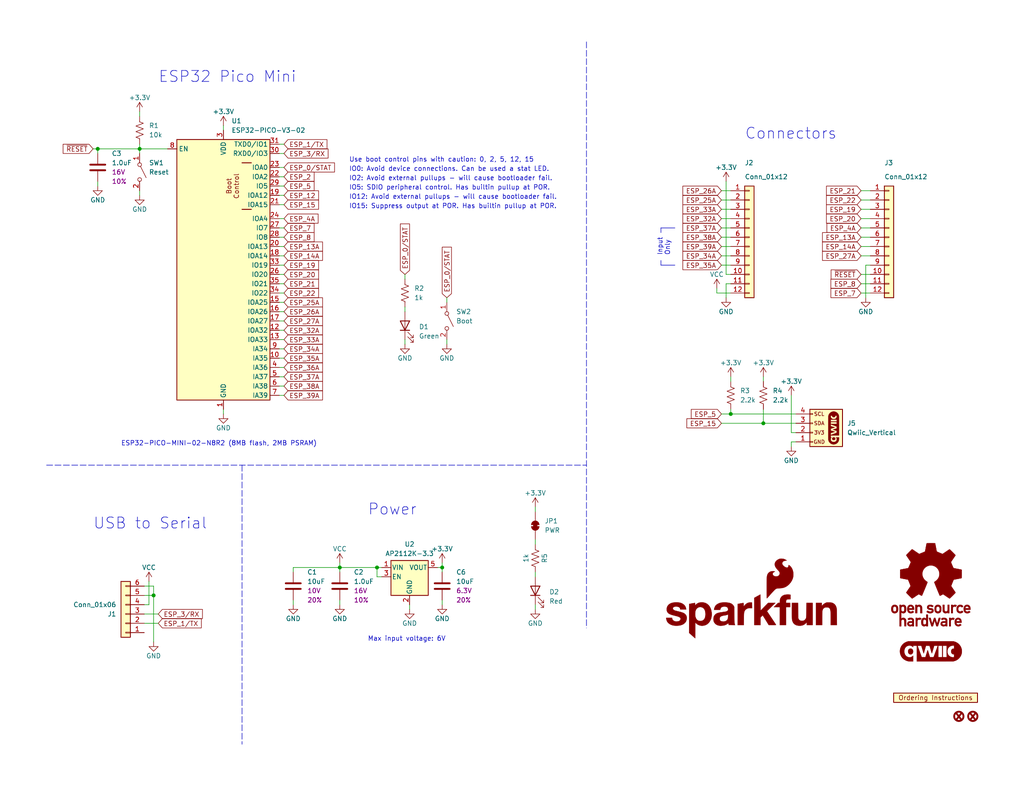
<source format=kicad_sch>
(kicad_sch (version 20230121) (generator eeschema)
  (paper "USLetter")
  (title_block (title "SparkFun ESP32 Qwiic Pro Mini") (date "2023-09-18") (rev "v12") (comment 1 "Designed by: N. Seidle"))
  (lib_symbols
    (symbol "SparkFun-Aesthetic:Fiducial_0.5"
      (symbol "Fiducial_0.5_1_1"
        (text "x" (at 0 0.254 0) (effects (font (size 2.5 2.5) bold)))
      )
    )
    (symbol "SparkFun-Aesthetic:OSHW_Logo" (pin_names (offset 1.016)) (in_bom no))
    (symbol "SparkFun-Aesthetic:Ordering_Instructions"
      (symbol "Ordering_Instructions_1_1"
        (text "Ordering Instructions" (at 1.27 0 0) (effects (font (size 1.27 1.27))))
      )
    )
    (symbol "SparkFun-Aesthetic:SparkFun_Logo" (pin_names (offset 1.016)) (on_board no))
    (symbol "SparkFun-Aesthetic:qwiic_Logo" (pin_names (offset 1.016)) (on_board no))
    (symbol "SparkFun-Capacitor:1.0uF_0603_16V_10%" (pin_numbers hide) (pin_names (offset 0.254))
      (property "Reference" "C" (at 0.635 2.54 0))
      (property "Value" "1.0uF" (at 0.635 -2.54 0))
      (property "Voltage" "16V" (at 0 -6.35 0))
      (property "Tolerance" "10%" (at 0 -8.89 0))
      (symbol "1.0uF_0603_16V_10%_1_1"
        (pin passive line (at 0 3.81 270) (length 2.794) (name "~") (number "1"))
        (pin passive line (at 0 -3.81 90) (length 2.794) (name "~") (number "2"))
      )
    )
    (symbol "SparkFun-Capacitor:10uF_0603_10V_20%" (pin_numbers hide) (pin_names (offset 0.254))
      (property "Reference" "C" (at 0.635 2.54 0))
      (property "Value" "10uF" (at 0.635 -2.54 0))
      (property "Voltage" "10V" (at 0 -8.89 0))
      (property "Tolerance" "20%" (at 0 -6.35 0))
      (symbol "10uF_0603_10V_20%_1_1"
        (pin passive line (at 0 3.81 270) (length 2.794) (name "~") (number "1"))
        (pin passive line (at 0 -3.81 90) (length 2.794) (name "~") (number "2"))
      )
    )
    (symbol "SparkFun-Capacitor:10uF_0603_6.3V_20%" (pin_numbers hide) (pin_names (offset 0.254))
      (property "Reference" "C" (at 0.635 2.54 0))
      (property "Value" "10uF" (at 0.635 -2.54 0))
      (property "Voltage" "6.3V" (at 0 -8.89 0))
      (property "Tolerance" "20%" (at 0 -6.35 0))
      (symbol "10uF_0603_6.3V_20%_1_1"
        (pin passive line (at 0 3.81 270) (length 2.794) (name "~") (number "1"))
        (pin passive line (at 0 -3.81 90) (length 2.794) (name "~") (number "2"))
      )
    )
    (symbol "SparkFun-Connector:Conn_01x06" (pin_names (offset 1.016) hide)
      (property "Reference" "J" (at 0 7.62 0))
      (property "Value" "Conn_01x06" (at 0 -10.16 0))
      (symbol "Conn_01x06_1_1"
        (pin passive line (at -5.08 5.08 0) (length 3.81) (name "Pin_1") (number "1"))
        (pin passive line (at -5.08 2.54 0) (length 3.81) (name "Pin_2") (number "2"))
        (pin passive line (at -5.08 0 0) (length 3.81) (name "Pin_3") (number "3"))
        (pin passive line (at -5.08 -2.54 0) (length 3.81) (name "Pin_4") (number "4"))
        (pin passive line (at -5.08 -5.08 0) (length 3.81) (name "Pin_5") (number "5"))
        (pin passive line (at -5.08 -7.62 0) (length 3.81) (name "Pin_6") (number "6"))
      )
    )
    (symbol "SparkFun-Connector:Conn_01x12" (pin_names (offset 1.016) hide)
      (property "Reference" "J" (at 0 15.24 0))
      (property "Value" "Conn_01x12" (at 0 -17.78 0))
      (symbol "Conn_01x12_1_1"
        (pin passive line (at -5.08 12.7 0) (length 3.81) (name "Pin_1") (number "1"))
        (pin passive line (at -5.08 -10.16 0) (length 3.81) (name "Pin_10") (number "10"))
        (pin passive line (at -5.08 -12.7 0) (length 3.81) (name "Pin_11") (number "11"))
        (pin passive line (at -5.08 -15.24 0) (length 3.81) (name "Pin_12") (number "12"))
        (pin passive line (at -5.08 10.16 0) (length 3.81) (name "Pin_2") (number "2"))
        (pin passive line (at -5.08 7.62 0) (length 3.81) (name "Pin_3") (number "3"))
        (pin passive line (at -5.08 5.08 0) (length 3.81) (name "Pin_4") (number "4"))
        (pin passive line (at -5.08 2.54 0) (length 3.81) (name "Pin_5") (number "5"))
        (pin passive line (at -5.08 0 0) (length 3.81) (name "Pin_6") (number "6"))
        (pin passive line (at -5.08 -2.54 0) (length 3.81) (name "Pin_7") (number "7"))
        (pin passive line (at -5.08 -5.08 0) (length 3.81) (name "Pin_8") (number "8"))
        (pin passive line (at -5.08 -7.62 0) (length 3.81) (name "Pin_9") (number "9"))
      )
    )
    (symbol "SparkFun-Connector:Qwiic_Vertical" (pin_names (offset 1.016) hide)
      (property "Reference" "J" (at 0 5.08 0))
      (property "Value" "Qwiic_Vertical" (at 0 -7.62 0))
      (symbol "Qwiic_Vertical_1_1"
        (text "3V3" (at 1.27 -2.54 0) (effects (font (size 1 1))))
        (text "GND" (at 1.27 -5.08 0) (effects (font (size 1 1))))
        (text "SCL" (at 1.27 2.54 0) (effects (font (size 1 1))))
        (text "SDA" (at 1.27 0 0) (effects (font (size 1 1))))
        (pin passive line (at -5.08 -5.08 0) (length 3.81) (name "Pin_1") (number "1"))
        (pin passive line (at -5.08 -2.54 0) (length 3.81) (name "Pin_2") (number "2"))
        (pin passive line (at -5.08 0 0) (length 3.81) (name "Pin_3") (number "3"))
        (pin passive line (at -5.08 2.54 0) (length 3.81) (name "Pin_4") (number "4"))
        (pin no_connect line (at 2.54 3.81 270) (length 2.54) hide (name "NC") (number "NC1"))
        (pin no_connect line (at 2.54 3.81 270) (length 2.54) hide (name "NC") (number "NC2"))
      )
    )
    (symbol "SparkFun-Jumper:SolderJumper_2_Bridged" (pin_numbers hide) (pin_names (offset 0) hide)
      (property "Reference" "JP" (at 0 2.032 0))
      (property "Value" "~" (at 0 -2.54 0))
      (symbol "SolderJumper_2_Bridged_1_1"
        (pin passive line (at -3.81 0 0) (length 2.54) (name "A") (number "1"))
        (pin passive line (at 3.81 0 180) (length 2.54) (name "B") (number "2"))
      )
    )
    (symbol "SparkFun-LED:LED_Green_0603" (pin_numbers hide) (pin_names (offset 1.016) hide)
      (property "Reference" "D" (at 0 2.54 0))
      (property "Value" "Green" (at 0 -2.54 0))
      (symbol "LED_Green_0603_1_1"
        (pin passive line (at -3.81 0 0) (length 2.54) (name "K") (number "1"))
        (pin passive line (at 3.81 0 180) (length 2.54) (name "A") (number "2"))
      )
    )
    (symbol "SparkFun-LED:LED_Red_0603" (pin_numbers hide) (pin_names (offset 1.016) hide)
      (property "Reference" "D" (at 0 2.54 0))
      (property "Value" "Red" (at 0 -2.54 0))
      (symbol "LED_Red_0603_1_1"
        (pin passive line (at -3.81 0 0) (length 2.54) (name "K") (number "1"))
        (pin passive line (at 3.81 0 180) (length 2.54) (name "A") (number "2"))
      )
    )
    (symbol "SparkFun-PowerSymbol:GND" (power) (pin_names (offset 0))
      (property "Value" "GND" (at 0 -3.81 0))
      (symbol "GND_1_1"
        (pin power_in line (at 0 0 270) (length 0) hide (name "GND") (number "1"))
      )
    )
    (symbol "SparkFun-PowerSymbol:VCC" (power) (pin_names (offset 0))
      (property "Value" "VCC" (at 0 3.81 0))
      (symbol "VCC_1_1"
        (pin power_in line (at 0 0 90) (length 0) hide (name "VCC") (number "1"))
      )
    )
    (symbol "SparkFun-RF:ESP32-PICO-V3-02"
      (property "Reference" "U" (at -12.7 33.02 0))
      (property "Value" "ESP32-PICO-V3-02" (at 1.27 33.02 0))
      (symbol "ESP32-PICO-V3-02_1_1"
        (text "Boot\nControl" (at 2.54 19.05 900) (effects (font (size 1.27 1.27))))
        (pin power_in line (at 0 -41.91 90) (length 2.54) (name "GND") (number "1"))
        (pin input line (at 15.24 -27.94 180) (length 2.54) (name "IA35") (number "10"))
        (pin passive line (at 0 -41.91 90) (length 2.54) hide (name "GND") (number "11"))
        (pin bidirectional line (at 15.24 -20.32 180) (length 2.54) (name "IOA32") (number "12"))
        (pin bidirectional line (at 15.24 -22.86 180) (length 2.54) (name "IOA33") (number "13"))
        (pin passive line (at 0 -41.91 90) (length 2.54) hide (name "GND") (number "14"))
        (pin bidirectional line (at 15.24 -12.7 180) (length 2.54) (name "IOA25") (number "15"))
        (pin bidirectional line (at 15.24 -15.24 180) (length 2.54) (name "IOA26") (number "16"))
        (pin bidirectional line (at 15.24 -17.78 180) (length 2.54) (name "IOA27") (number "17"))
        (pin bidirectional line (at 15.24 0 180) (length 2.54) (name "IOA14") (number "18"))
        (pin bidirectional line (at 15.24 16.51 180) (length 2.54) (name "IOA12") (number "19"))
        (pin passive line (at 0 -41.91 90) (length 2.54) hide (name "GND") (number "2"))
        (pin bidirectional line (at 15.24 2.54 180) (length 2.54) (name "IOA13") (number "20"))
        (pin bidirectional line (at 15.24 13.97 180) (length 2.54) (name "IOA15") (number "21"))
        (pin bidirectional line (at 15.24 21.59 180) (length 2.54) (name "IOA2") (number "22"))
        (pin bidirectional line (at 15.24 24.13 180) (length 2.54) (name "IOA0") (number "23"))
        (pin bidirectional line (at 15.24 10.16 180) (length 2.54) (name "IOA4") (number "24"))
        (pin no_connect line (at -12.7 -11.43 0) (length 2.54) hide (name "NC") (number "25"))
        (pin bidirectional line (at 15.24 -5.08 180) (length 2.54) (name "IO20") (number "26"))
        (pin bidirectional line (at 15.24 7.62 180) (length 2.54) (name "IO7") (number "27"))
        (pin bidirectional line (at 15.24 5.08 180) (length 2.54) (name "IO8") (number "28"))
        (pin bidirectional line (at 15.24 19.05 180) (length 2.54) (name "IO5") (number "29"))
        (pin power_in line (at 0 34.29 270) (length 2.54) (name "VDD") (number "3"))
        (pin bidirectional line (at 15.24 27.94 180) (length 2.54) (name "RXD0/IO3") (number "30"))
        (pin bidirectional line (at 15.24 30.48 180) (length 2.54) (name "TXD0/IO1") (number "31"))
        (pin no_connect line (at -12.7 -13.97 0) (length 2.54) hide (name "NC") (number "32"))
        (pin bidirectional line (at 15.24 -2.54 180) (length 2.54) (name "IO19") (number "33"))
        (pin bidirectional line (at 15.24 -10.16 180) (length 2.54) (name "IO22") (number "34"))
        (pin bidirectional line (at 15.24 -7.62 180) (length 2.54) (name "IO21") (number "35"))
        (pin passive line (at 0 -41.91 90) (length 2.54) hide (name "GND") (number "36"))
        (pin passive line (at 0 -41.91 90) (length 2.54) hide (name "GND") (number "37"))
        (pin passive line (at 0 -41.91 90) (length 2.54) hide (name "GND") (number "38"))
        (pin passive line (at 0 -41.91 90) (length 2.54) hide (name "GND") (number "39"))
        (pin input line (at 15.24 -30.48 180) (length 2.54) (name "IA36") (number "4"))
        (pin passive line (at 0 -41.91 90) (length 2.54) hide (name "GND") (number "40"))
        (pin passive line (at 0 -41.91 90) (length 2.54) hide (name "GND") (number "41"))
        (pin passive line (at 0 -41.91 90) (length 2.54) hide (name "GND") (number "42"))
        (pin passive line (at 0 -41.91 90) (length 2.54) hide (name "GND") (number "43"))
        (pin passive line (at 0 -41.91 90) (length 2.54) hide (name "GND") (number "44"))
        (pin passive line (at 0 -41.91 90) (length 2.54) hide (name "GND") (number "45"))
        (pin passive line (at 0 -41.91 90) (length 2.54) hide (name "GND") (number "46"))
        (pin passive line (at 0 -41.91 90) (length 2.54) hide (name "GND") (number "47"))
        (pin passive line (at 0 -41.91 90) (length 2.54) hide (name "GND") (number "48"))
        (pin passive line (at 0 -41.91 90) (length 2.54) hide (name "GND") (number "49.1"))
        (pin passive line (at 0 -41.91 90) (length 2.54) hide (name "GND") (number "49.2"))
        (pin passive line (at 0 -41.91 90) (length 2.54) hide (name "GND") (number "49.3"))
        (pin passive line (at 0 -41.91 90) (length 2.54) hide (name "GND") (number "49.4"))
        (pin passive line (at 0 -41.91 90) (length 2.54) hide (name "GND") (number "49.5"))
        (pin passive line (at 0 -41.91 90) (length 2.54) hide (name "GND") (number "49.6"))
        (pin passive line (at 0 -41.91 90) (length 2.54) hide (name "GND") (number "49.7"))
        (pin passive line (at 0 -41.91 90) (length 2.54) hide (name "GND") (number "49.8"))
        (pin passive line (at 0 -41.91 90) (length 2.54) hide (name "GND") (number "49.9"))
        (pin input line (at 15.24 -33.02 180) (length 2.54) (name "IA37") (number "5"))
        (pin passive line (at 0 -41.91 90) (length 2.54) hide (name "GND") (number "50"))
        (pin passive line (at 0 -41.91 90) (length 2.54) hide (name "GND") (number "51"))
        (pin passive line (at 0 -41.91 90) (length 2.54) hide (name "GND") (number "52"))
        (pin passive line (at 0 -41.91 90) (length 2.54) hide (name "GND") (number "53"))
        (pin input line (at 15.24 -35.56 180) (length 2.54) (name "IA38") (number "6"))
        (pin input line (at 15.24 -38.1 180) (length 2.54) (name "IA39") (number "7"))
        (pin input line (at -15.24 29.21 0) (length 2.54) (name "EN") (number "8"))
        (pin input line (at 15.24 -25.4 180) (length 2.54) (name "IA34") (number "9"))
      )
    )
    (symbol "SparkFun-Regulator:AP2112K-3.3" (pin_names (offset 0.254))
      (property "Reference" "U3" (at 0 8.89 0))
      (property "Value" "AP2112K-3.3" (at 0 6.35 0))
      (symbol "AP2112K-3.3_1_1"
        (pin power_in line (at -7.62 2.54 0) (length 2.54) (name "VIN") (number "1"))
        (pin power_in line (at 0 -7.62 90) (length 2.54) (name "GND") (number "2"))
        (pin input line (at -7.62 0 0) (length 2.54) (name "EN") (number "3"))
        (pin no_connect line (at 5.08 0 180) (length 2.54) hide (name "NC") (number "4"))
        (pin power_out line (at 7.62 2.54 180) (length 2.54) (name "VOUT") (number "5"))
      )
    )
    (symbol "SparkFun-Resistor:10k_0603" (pin_numbers hide) (pin_names (offset 0))
      (property "Reference" "R" (at 2.54 0 90))
      (property "Value" "10k" (at -2.54 0 90))
      (symbol "10k_0603_1_1"
        (pin passive line (at 0 3.81 270) (length 1.27) (name "~") (number "1"))
        (pin passive line (at 0 -3.81 90) (length 1.27) (name "~") (number "2"))
      )
    )
    (symbol "SparkFun-Resistor:1k_0603" (pin_numbers hide) (pin_names (offset 0))
      (property "Reference" "R" (at 2.54 0 90))
      (property "Value" "1k" (at -2.54 0 90))
      (symbol "1k_0603_1_1"
        (pin passive line (at 0 3.81 270) (length 1.27) (name "~") (number "1"))
        (pin passive line (at 0 -3.81 90) (length 1.27) (name "~") (number "2"))
      )
    )
    (symbol "SparkFun-Resistor:2.2k_0603" (pin_numbers hide) (pin_names (offset 0))
      (property "Reference" "R" (at 2.54 0 90))
      (property "Value" "2.2k" (at -2.54 0 90))
      (symbol "2.2k_0603_1_1"
        (pin passive line (at 0 3.81 270) (length 1.27) (name "~") (number "1"))
        (pin passive line (at 0 -3.81 90) (length 1.27) (name "~") (number "2"))
      )
    )
    (symbol "SparkFun-Switch:SPST_Momentary_4.6x2.8mm" (pin_names (offset 0) hide)
      (property "Reference" "SW" (at 0 3.175 0))
      (property "Value" "SPST_Momentary_4.6x2.8mm" (at 0 -2.54 0))
      (symbol "SPST_Momentary_4.6x2.8mm_1_1"
        (pin passive line (at -5.08 0 0) (length 2.54) (name "A") (number "1"))
        (pin passive line (at 5.08 0 180) (length 2.54) (name "B") (number "2"))
      )
    )
    (symbol "power:+3.3V" (power) (pin_names (offset 0))
      (property "Value" "+3.3V" (at 0 3.556 0))
      (symbol "+3.3V_1_1"
        (pin power_in line (at 0 0 90) (length 0) hide (name "+3.3V") (number "1"))
      )
    )
    (symbol "power:GND" (power) (pin_names (offset 0))
      (property "Value" "GND" (at 0 -3.81 0))
      (symbol "GND_1_1"
        (pin power_in line (at 0 0 270) (length 0) hide (name "GND") (number "1"))
      )
    )
  )
  (junction (at 199.39 113.03))
  (junction (at 26.67 40.64))
  (junction (at 120.65 154.94))
  (junction (at 38.1 40.64))
  (junction (at 208.28 115.57))
  (junction (at 41.91 162.56))
  (junction (at 102.87 154.94))
  (junction (at 92.71 154.94))
  (wire (pts (xy 39.37 165.1) (xy 40.64 165.1)))
  (wire (pts (xy 76.2 50.8) (xy 77.47 50.8)))
  (wire (pts (xy 26.67 40.64) (xy 26.67 41.91)))
  (wire (pts (xy 38.1 40.64) (xy 45.72 40.64)))
  (wire (pts (xy 208.28 111.76) (xy 208.28 115.57)))
  (wire (pts (xy 38.1 40.64) (xy 38.1 41.91)))
  (wire (pts (xy 195.58 78.74) (xy 195.58 80.01)))
  (wire (pts (xy 102.87 154.94) (xy 104.14 154.94)))
  (wire (pts (xy 60.96 34.29) (xy 60.96 35.56)))
  (wire (pts (xy 26.67 40.64) (xy 38.1 40.64)))
  (wire (pts (xy 76.2 69.85) (xy 77.47 69.85)))
  (wire (pts (xy 234.95 80.01) (xy 237.49 80.01)))
  (wire (pts (xy 234.95 52.07) (xy 237.49 52.07)))
  (wire (pts (xy 76.2 45.72) (xy 77.47 45.72)))
  (wire (pts (xy 234.95 77.47) (xy 237.49 77.47)))
  (wire (pts (xy 76.2 90.17) (xy 77.47 90.17)))
  (wire (pts (xy 111.76 165.1) (xy 111.76 166.37)))
  (wire (pts (xy 234.95 59.69) (xy 237.49 59.69)))
  (wire (pts (xy 196.85 62.23) (xy 199.39 62.23)))
  (wire (pts (xy 121.92 81.28) (xy 121.92 82.55)))
  (wire (pts (xy 80.01 154.94) (xy 92.71 154.94)))
  (wire (pts (xy 40.64 158.75) (xy 40.64 165.1)))
  (wire (pts (xy 76.2 92.71) (xy 77.47 92.71)))
  (wire (pts (xy 92.71 163.83) (xy 92.71 165.1)))
  (wire (pts (xy 199.39 113.03) (xy 217.17 113.03)))
  (wire (pts (xy 76.2 74.93) (xy 77.47 74.93)))
  (wire (pts (xy 208.28 102.87) (xy 208.28 104.14)))
  (wire (pts (xy 199.39 77.47) (xy 198.12 77.47)))
  (wire (pts (xy 234.95 67.31) (xy 237.49 67.31)))
  (wire (pts (xy 26.67 49.53) (xy 26.67 50.8)))
  (polyline (pts (xy 180.34 71.12) (xy 180.34 72.39)))
  (wire (pts (xy 199.39 74.93) (xy 198.12 74.93)))
  (wire (pts (xy 41.91 160.02) (xy 41.91 162.56)))
  (polyline (pts (xy 66.04 127) (xy 66.04 203.2)) (stroke (width 0) (type dash)))
  (wire (pts (xy 76.2 39.37) (xy 77.47 39.37)))
  (wire (pts (xy 76.2 100.33) (xy 77.47 100.33)))
  (wire (pts (xy 196.85 72.39) (xy 199.39 72.39)))
  (wire (pts (xy 38.1 53.34) (xy 38.1 52.07)))
  (wire (pts (xy 196.85 67.31) (xy 199.39 67.31)))
  (wire (pts (xy 76.2 107.95) (xy 77.47 107.95)))
  (wire (pts (xy 110.49 74.93) (xy 110.49 76.2)))
  (wire (pts (xy 76.2 77.47) (xy 77.47 77.47)))
  (wire (pts (xy 146.05 138.43) (xy 146.05 139.7)))
  (wire (pts (xy 76.2 62.23) (xy 77.47 62.23)))
  (wire (pts (xy 76.2 105.41) (xy 77.47 105.41)))
  (wire (pts (xy 80.01 156.21) (xy 80.01 154.94)))
  (wire (pts (xy 41.91 162.56) (xy 41.91 175.26)))
  (wire (pts (xy 234.95 57.15) (xy 237.49 57.15)))
  (wire (pts (xy 76.2 102.87) (xy 77.47 102.87)))
  (wire (pts (xy 195.58 80.01) (xy 199.39 80.01)))
  (wire (pts (xy 38.1 30.48) (xy 38.1 31.75)))
  (wire (pts (xy 76.2 87.63) (xy 77.47 87.63)))
  (wire (pts (xy 76.2 95.25) (xy 77.47 95.25)))
  (wire (pts (xy 236.22 72.39) (xy 236.22 81.28)))
  (wire (pts (xy 92.71 153.67) (xy 92.71 154.94)))
  (wire (pts (xy 234.95 54.61) (xy 237.49 54.61)))
  (wire (pts (xy 76.2 55.88) (xy 77.47 55.88)))
  (wire (pts (xy 39.37 160.02) (xy 41.91 160.02)))
  (wire (pts (xy 234.95 62.23) (xy 237.49 62.23)))
  (wire (pts (xy 146.05 165.1) (xy 146.05 166.37)))
  (wire (pts (xy 196.85 57.15) (xy 199.39 57.15)))
  (wire (pts (xy 199.39 102.87) (xy 199.39 104.14)))
  (wire (pts (xy 196.85 115.57) (xy 208.28 115.57)))
  (wire (pts (xy 76.2 85.09) (xy 77.47 85.09)))
  (polyline (pts (xy 180.34 62.23) (xy 184.15 62.23)))
  (wire (pts (xy 25.4 40.64) (xy 26.67 40.64)))
  (wire (pts (xy 92.71 154.94) (xy 92.71 156.21)))
  (wire (pts (xy 104.14 157.48) (xy 102.87 157.48)))
  (wire (pts (xy 120.65 154.94) (xy 120.65 156.21)))
  (wire (pts (xy 76.2 67.31) (xy 77.47 67.31)))
  (wire (pts (xy 76.2 53.34) (xy 77.47 53.34)))
  (wire (pts (xy 76.2 48.26) (xy 77.47 48.26)))
  (wire (pts (xy 39.37 167.64) (xy 43.18 167.64)))
  (wire (pts (xy 196.85 59.69) (xy 199.39 59.69)))
  (wire (pts (xy 102.87 157.48) (xy 102.87 154.94)))
  (wire (pts (xy 38.1 40.64) (xy 38.1 39.37)))
  (wire (pts (xy 146.05 147.32) (xy 146.05 148.59)))
  (wire (pts (xy 196.85 64.77) (xy 199.39 64.77)))
  (wire (pts (xy 196.85 52.07) (xy 199.39 52.07)))
  (wire (pts (xy 196.85 54.61) (xy 199.39 54.61)))
  (wire (pts (xy 60.96 113.03) (xy 60.96 111.76)))
  (wire (pts (xy 199.39 111.76) (xy 199.39 113.03)))
  (wire (pts (xy 76.2 97.79) (xy 77.47 97.79)))
  (wire (pts (xy 120.65 153.67) (xy 120.65 154.94)))
  (wire (pts (xy 198.12 49.53) (xy 198.12 74.93)))
  (wire (pts (xy 39.37 170.18) (xy 43.18 170.18)))
  (polyline (pts (xy 184.15 72.39) (xy 180.34 72.39)))
  (wire (pts (xy 76.2 41.91) (xy 77.47 41.91)))
  (wire (pts (xy 76.2 80.01) (xy 77.47 80.01)))
  (wire (pts (xy 39.37 162.56) (xy 41.91 162.56)))
  (wire (pts (xy 196.85 69.85) (xy 199.39 69.85)))
  (wire (pts (xy 76.2 72.39) (xy 77.47 72.39)))
  (wire (pts (xy 120.65 163.83) (xy 120.65 165.1)))
  (wire (pts (xy 237.49 72.39) (xy 236.22 72.39)))
  (wire (pts (xy 76.2 59.69) (xy 77.47 59.69)))
  (wire (pts (xy 215.9 120.65) (xy 215.9 121.92)))
  (polyline (pts (xy 12.7 127) (xy 160.02 127)) (stroke (width 0) (type dash)))
  (wire (pts (xy 208.28 115.57) (xy 217.17 115.57)))
  (wire (pts (xy 146.05 157.48) (xy 146.05 156.21)))
  (wire (pts (xy 80.01 163.83) (xy 80.01 165.1)))
  (wire (pts (xy 92.71 154.94) (xy 102.87 154.94)))
  (wire (pts (xy 196.85 113.03) (xy 199.39 113.03)))
  (wire (pts (xy 198.12 77.47) (xy 198.12 81.28)))
  (wire (pts (xy 76.2 82.55) (xy 77.47 82.55)))
  (wire (pts (xy 110.49 92.71) (xy 110.49 93.98)))
  (wire (pts (xy 217.17 120.65) (xy 215.9 120.65)))
  (wire (pts (xy 119.38 154.94) (xy 120.65 154.94)))
  (wire (pts (xy 215.9 107.95) (xy 215.9 118.11)))
  (wire (pts (xy 234.95 64.77) (xy 237.49 64.77)))
  (wire (pts (xy 234.95 74.93) (xy 237.49 74.93)))
  (wire (pts (xy 121.92 92.71) (xy 121.92 93.98)))
  (wire (pts (xy 234.95 69.85) (xy 237.49 69.85)))
  (polyline (pts (xy 160.02 11.43) (xy 160.02 171.45)) (stroke (width 0) (type dash)))
  (polyline (pts (xy 180.34 63.5) (xy 180.34 62.23)))
  (wire (pts (xy 76.2 64.77) (xy 77.47 64.77)))
  (wire (pts (xy 217.17 118.11) (xy 215.9 118.11)))
  (wire (pts (xy 110.49 83.82) (xy 110.49 85.09)))
  (text "USB to Serial\n" (at 25.4 144.78 0) (effects (font (size 3 3)) (justify left bottom)))
  (text "Power\n" (at 100.33 140.97 0) (effects (font (size 3 3)) (justify left bottom)))
  (text "Max input voltage: 6V" (at 100.33 175.26 0) (effects (font (size 1.27 1.27)) (justify left bottom)))
  (text "IO15: Suppress output at POR. Has builtin pullup at POR." (at 95.25 57.15 0) (effects (font (size 1.27 1.27)) (justify left bottom)))
  (text "IO5: SDIO peripheral control. Has builtin pullup at POR." (at 95.25 52.07 0) (effects (font (size 1.27 1.27)) (justify left bottom)))
  (text "Connectors\n\n" (at 203.2 43.18 0) (effects (font (size 3 3)) (justify left bottom)))
  (text "ESP32-PICO-MINI-02-N8R2 (8MB flash, 2MB PSRAM)" (at 33.02 121.92 0) (effects (font (size 1.27 1.27)) (justify left bottom)))
  (text "IO2: Avoid external pullups - will cause bootloader fail." (at 95.25 49.53 0) (effects (font (size 1.27 1.27)) (justify left bottom)))
  (text "Use boot control pins with caution: 0, 2, 5, 12, 15" (at 95.25 44.45 0) (effects (font (size 1.27 1.27)) (justify left bottom)))
  (text "Input\nOnly" (at 182.88 69.85 90) (effects (font (size 1.27 1.27)) (justify left bottom)))
  (text "IO0: Avoid device connections. Can be used a stat LED." (at 95.25 46.99 0) (effects (font (size 1.27 1.27)) (justify left bottom)))
  (text "IO12: Avoid external pullups - will cause bootloader fail." (at 95.25 54.61 0) (effects (font (size 1.27 1.27)) (justify left bottom)))
  (text "ESP32 Pico Mini\n" (at 43.18 22.86 0) (effects (font (size 3 3)) (justify left bottom)))
  (global_label "~{RESET}" (shape input) (at 25.4 40.64 180) (property "Intersheetrefs" "${INTERSHEET_REFS}" (effects hide)))
  (global_label "ESP_1{slash}TX" (shape input) (at 77.47 39.37 0) (property "Intersheetrefs" "${INTERSHEET_REFS}" (effects hide)))
  (global_label "ESP_25A" (shape input) (at 196.85 54.61 180) (property "Intersheetrefs" "${INTERSHEET_REFS}" (effects hide)))
  (global_label "ESP_4A" (shape input) (at 234.95 62.23 180) (property "Intersheetrefs" "${INTERSHEET_REFS}" (effects hide)))
  (global_label "ESP_12" (shape input) (at 77.47 53.34 0) (property "Intersheetrefs" "${INTERSHEET_REFS}" (effects hide)))
  (global_label "ESP_35A" (shape input) (at 77.47 97.79 0) (property "Intersheetrefs" "${INTERSHEET_REFS}" (effects hide)))
  (global_label "ESP_1{slash}TX" (shape input) (at 43.18 170.18 0) (property "Intersheetrefs" "${INTERSHEET_REFS}" (effects hide)))
  (global_label "ESP_39A" (shape input) (at 196.85 67.31 180) (property "Intersheetrefs" "${INTERSHEET_REFS}" (effects hide)))
  (global_label "ESP_36A" (shape input) (at 77.47 100.33 0) (property "Intersheetrefs" "${INTERSHEET_REFS}" (effects hide)))
  (global_label "ESP_32A" (shape input) (at 196.85 59.69 180) (property "Intersheetrefs" "${INTERSHEET_REFS}" (effects hide)))
  (global_label "ESP_33A" (shape input) (at 196.85 57.15 180) (property "Intersheetrefs" "${INTERSHEET_REFS}" (effects hide)))
  (global_label "ESP_2" (shape input) (at 77.47 48.26 0) (property "Intersheetrefs" "${INTERSHEET_REFS}" (effects hide)))
  (global_label "ESP_20" (shape input) (at 77.47 74.93 0) (property "Intersheetrefs" "${INTERSHEET_REFS}" (effects hide)))
  (global_label "ESP_27A" (shape input) (at 77.47 87.63 0) (property "Intersheetrefs" "${INTERSHEET_REFS}" (effects hide)))
  (global_label "ESP_19" (shape input) (at 234.95 57.15 180) (property "Intersheetrefs" "${INTERSHEET_REFS}" (effects hide)))
  (global_label "ESP_15" (shape input) (at 77.47 55.88 0) (property "Intersheetrefs" "${INTERSHEET_REFS}" (effects hide)))
  (global_label "ESP_35A" (shape input) (at 196.85 72.39 180) (property "Intersheetrefs" "${INTERSHEET_REFS}" (effects hide)))
  (global_label "ESP_38A" (shape input) (at 77.47 105.41 0) (property "Intersheetrefs" "${INTERSHEET_REFS}" (effects hide)))
  (global_label "ESP_27A" (shape input) (at 234.95 69.85 180) (property "Intersheetrefs" "${INTERSHEET_REFS}" (effects hide)))
  (global_label "ESP_39A" (shape input) (at 77.47 107.95 0) (property "Intersheetrefs" "${INTERSHEET_REFS}" (effects hide)))
  (global_label "ESP_25A" (shape input) (at 77.47 82.55 0) (property "Intersheetrefs" "${INTERSHEET_REFS}" (effects hide)))
  (global_label "ESP_38A" (shape input) (at 196.85 64.77 180) (property "Intersheetrefs" "${INTERSHEET_REFS}" (effects hide)))
  (global_label "~{RESET}" (shape input) (at 234.95 74.93 180) (property "Intersheetrefs" "${INTERSHEET_REFS}" (effects hide)))
  (global_label "ESP_33A" (shape input) (at 77.47 92.71 0) (property "Intersheetrefs" "${INTERSHEET_REFS}" (effects hide)))
  (global_label "ESP_7" (shape input) (at 234.95 80.01 180) (property "Intersheetrefs" "${INTERSHEET_REFS}" (effects hide)))
  (global_label "ESP_5" (shape input) (at 77.47 50.8 0) (property "Intersheetrefs" "${INTERSHEET_REFS}" (effects hide)))
  (global_label "ESP_22" (shape input) (at 77.47 80.01 0) (property "Intersheetrefs" "${INTERSHEET_REFS}" (effects hide)))
  (global_label "ESP_21" (shape input) (at 234.95 52.07 180) (property "Intersheetrefs" "${INTERSHEET_REFS}" (effects hide)))
  (global_label "ESP_14A" (shape input) (at 234.95 67.31 180) (property "Intersheetrefs" "${INTERSHEET_REFS}" (effects hide)))
  (global_label "ESP_13A" (shape input) (at 77.47 67.31 0) (property "Intersheetrefs" "${INTERSHEET_REFS}" (effects hide)))
  (global_label "ESP_0{slash}STAT" (shape input) (at 110.49 74.93 90) (property "Intersheetrefs" "${INTERSHEET_REFS}" (effects hide)))
  (global_label "ESP_7" (shape input) (at 77.47 62.23 0) (property "Intersheetrefs" "${INTERSHEET_REFS}" (effects hide)))
  (global_label "ESP_19" (shape input) (at 77.47 72.39 0) (property "Intersheetrefs" "${INTERSHEET_REFS}" (effects hide)))
  (global_label "ESP_37A" (shape input) (at 196.85 62.23 180) (property "Intersheetrefs" "${INTERSHEET_REFS}" (effects hide)))
  (global_label "ESP_32A" (shape input) (at 77.47 90.17 0) (property "Intersheetrefs" "${INTERSHEET_REFS}" (effects hide)))
  (global_label "ESP_0{slash}STAT" (shape input) (at 77.47 45.72 0) (property "Intersheetrefs" "${INTERSHEET_REFS}" (effects hide)))
  (global_label "ESP_8" (shape input) (at 77.47 64.77 0) (property "Intersheetrefs" "${INTERSHEET_REFS}" (effects hide)))
  (global_label "ESP_3{slash}RX" (shape input) (at 77.47 41.91 0) (property "Intersheetrefs" "${INTERSHEET_REFS}" (effects hide)))
  (global_label "ESP_5" (shape input) (at 196.85 113.03 180) (property "Intersheetrefs" "${INTERSHEET_REFS}" (effects hide)))
  (global_label "ESP_3{slash}RX" (shape input) (at 43.18 167.64 0) (property "Intersheetrefs" "${INTERSHEET_REFS}" (effects hide)))
  (global_label "ESP_37A" (shape input) (at 77.47 102.87 0) (property "Intersheetrefs" "${INTERSHEET_REFS}" (effects hide)))
  (global_label "ESP_0{slash}STAT" (shape input) (at 121.92 81.28 90) (property "Intersheetrefs" "${INTERSHEET_REFS}" (effects hide)))
  (global_label "ESP_21" (shape input) (at 77.47 77.47 0) (property "Intersheetrefs" "${INTERSHEET_REFS}" (effects hide)))
  (global_label "ESP_26A" (shape input) (at 196.85 52.07 180) (property "Intersheetrefs" "${INTERSHEET_REFS}" (effects hide)))
  (global_label "ESP_22" (shape input) (at 234.95 54.61 180) (property "Intersheetrefs" "${INTERSHEET_REFS}" (effects hide)))
  (global_label "ESP_14A" (shape input) (at 77.47 69.85 0) (property "Intersheetrefs" "${INTERSHEET_REFS}" (effects hide)))
  (global_label "ESP_34A" (shape input) (at 77.47 95.25 0) (property "Intersheetrefs" "${INTERSHEET_REFS}" (effects hide)))
  (global_label "ESP_34A" (shape input) (at 196.85 69.85 180) (property "Intersheetrefs" "${INTERSHEET_REFS}" (effects hide)))
  (global_label "ESP_13A" (shape input) (at 234.95 64.77 180) (property "Intersheetrefs" "${INTERSHEET_REFS}" (effects hide)))
  (global_label "ESP_15" (shape input) (at 196.85 115.57 180) (property "Intersheetrefs" "${INTERSHEET_REFS}" (effects hide)))
  (global_label "ESP_4A" (shape input) (at 77.47 59.69 0) (property "Intersheetrefs" "${INTERSHEET_REFS}" (effects hide)))
  (global_label "ESP_20" (shape input) (at 234.95 59.69 180) (property "Intersheetrefs" "${INTERSHEET_REFS}" (effects hide)))
  (global_label "ESP_8" (shape input) (at 234.95 77.47 180) (property "Intersheetrefs" "${INTERSHEET_REFS}" (effects hide)))
  (global_label "ESP_26A" (shape input) (at 77.47 85.09 0) (property "Intersheetrefs" "${INTERSHEET_REFS}" (effects hide)))
  (symbol (lib_id "SparkFun-Aesthetic:Fiducial_0.5") (at 265.43 195.58 0) (unit 1)
    (property "Reference" "FID1" (effects hide))
    (property "Value" "Fiducial_0.5" (effects hide))
    (property "Footprint" "SparkFun-Aesthetic:Fiducial_0.5mm_Mask1mm" (effects hide))
  )
  (symbol (lib_id "SparkFun-PowerSymbol:VCC") (at 92.71 153.67 0) (unit 1)
    (property "Reference" "#PWR0115" (effects hide))
    (property "Value" "VCC" (at 92.71 149.86 0))
  )
  (symbol (lib_id "SparkFun-Connector:Conn_01x06") (at 34.29 167.64 180) (unit 1)
    (property "Reference" "J1" (at 31.75 167.64 0) (effects (justify left)))
    (property "Value" "Conn_01x06" (at 31.75 165.1 0) (effects (justify left)))
    (property "Footprint" "SparkFun-Connector:1X06" (effects hide))
  )
  (symbol (lib_id "SparkFun-Switch:SPST_Momentary_4.6x2.8mm") (at 121.92 87.63 270) (unit 1)
    (property "Reference" "SW2" (at 124.46 85.09 90) (effects (justify left)))
    (property "Value" "Boot" (at 124.46 87.63 90) (effects (justify left)))
    (property "Footprint" "SparkFun-Switch:Momentary_SMD_4.6x2.8mm" (effects hide))
    (property "PROD_ID" "SWCH-15606" (effects hide))
  )
  (symbol (lib_id "power:GND") (at 111.76 166.37 0) (unit 1)
    (property "Reference" "#PWR0117" (effects hide))
    (property "Value" "GND" (at 111.76 170.18 0))
  )
  (symbol (lib_id "SparkFun-Jumper:SolderJumper_2_Bridged") (at 146.05 143.51 90) (unit 1)
    (property "Reference" "JP1" (at 148.59 142.24 90) (effects (justify right)))
    (property "Value" "PWR" (at 148.59 144.78 90) (effects (justify right)))
    (property "Footprint" "SparkFun-Jumper:SMT-JUMPER_2_NC_TRACE_SILK" (effects hide))
  )
  (symbol (lib_id "SparkFun-Aesthetic:SparkFun_Logo") (at 204.47 167.64 0) (unit 1) (on_board no)
    (property "Reference" "G1" (effects hide))
    (property "Value" "SparkFun_Logo" (effects hide))
  )
  (symbol (lib_id "power:GND") (at 120.65 165.1 0) (unit 1)
    (property "Reference" "#PWR0120" (effects hide))
    (property "Value" "GND" (at 120.65 168.91 0))
  )
  (symbol (lib_id "power:+3.3V") (at 199.39 102.87 0) (unit 1)
    (property "Reference" "#PWR0116" (effects hide))
    (property "Value" "+3.3V" (at 199.39 99.06 0))
  )
  (symbol (lib_id "power:GND") (at 92.71 165.1 0) (unit 1)
    (property "Reference" "#PWR0114" (effects hide))
    (property "Value" "GND" (at 92.71 168.91 0))
  )
  (symbol (lib_id "SparkFun-Connector:Qwiic_Vertical") (at 222.25 115.57 0) (unit 1)
    (property "Reference" "J5" (at 231.14 115.57 0) (effects (justify left)))
    (property "Value" "Qwiic_Vertical" (at 231.14 118.11 0) (effects (justify left)))
    (property "Footprint" "SparkFun-Connector:JST04_1MM_Vertical" (effects hide))
    (property "Datasheet" "https://www.jst-mfg.com/product/pdf/eng/eSH.pdf" (effects hide))
    (property "PROD_ID" "CONN-14483" (effects hide))
  )
  (symbol (lib_id "SparkFun-Capacitor:10uF_0603_10V_20%") (at 80.01 160.02 0) (unit 1)
    (property "Reference" "C1" (at 83.82 156.21 0) (effects (justify left)))
    (property "Value" "10uF" (at 83.82 158.75 0) (effects (justify left)))
    (property "Footprint" "SparkFun-Capacitor:C_0603_1608Metric" (effects hide))
    (property "Datasheet" "[link text](https://cdn.sparkfun.com/assets/8/a/4/a/5/Kemet_Capacitor_Datasheet.pdf)" (effects hide))
    (property "PROD_ID" "CAP-20155" (effects hide))
    (property "Voltage" "10V" (at 83.82 161.29 0) (effects (justify left)))
    (property "Tolerance" "20%" (at 83.82 163.83 0) (effects (justify left)))
  )
  (symbol (lib_id "SparkFun-PowerSymbol:VCC") (at 40.64 158.75 0) (unit 1)
    (property "Reference" "#PWR02" (effects hide))
    (property "Value" "VCC" (at 40.64 154.94 0))
  )
  (symbol (lib_id "power:+3.3V") (at 208.28 102.87 0) (unit 1)
    (property "Reference" "#PWR01" (effects hide))
    (property "Value" "+3.3V" (at 208.28 99.06 0))
  )
  (symbol (lib_id "SparkFun-PowerSymbol:GND") (at 38.1 53.34 0) (unit 1)
    (property "Reference" "#PWR0101" (effects hide))
    (property "Value" "GND" (at 38.1 57.15 0))
  )
  (symbol (lib_id "power:+3.3V") (at 146.05 138.43 0) (unit 1)
    (property "Reference" "#PWR03" (effects hide))
    (property "Value" "+3.3V" (at 146.05 134.62 0))
  )
  (symbol (lib_id "SparkFun-RF:ESP32-PICO-V3-02") (at 60.96 69.85 0) (unit 1)
    (property "Reference" "U1" (at 63.1541 33.02 0) (effects (justify left)))
    (property "Value" "ESP32-PICO-V3-02" (at 63.1541 35.56 0) (effects (justify left)))
    (property "Footprint" "SparkFun-RF:ESP32-MINI" (effects hide))
    (property "Datasheet" "https://www.espressif.com/sites/default/files/documentation/esp32-pico-mini-02_datasheet_en.pdf" (effects hide))
    (property "PROD_ID" "IC-19692" (effects hide))
  )
  (symbol (lib_id "SparkFun-Capacitor:1.0uF_0603_16V_10%") (at 92.71 160.02 0) (unit 1)
    (property "Reference" "C2" (at 96.52 156.21 0) (effects (justify left)))
    (property "Value" "1.0uF" (at 96.52 158.75 0) (effects (justify left)))
    (property "Footprint" "SparkFun-Capacitor:C_0603_1608Metric" (effects hide))
    (property "Datasheet" "[link text](https://cdn.sparkfun.com/assets/8/a/4/a/5/Kemet_Capacitor_Datasheet.pdf)" (effects hide))
    (property "PROD_ID" "CAP-13930" (effects hide))
    (property "Voltage" "16V" (at 96.52 161.29 0) (effects (justify left)))
    (property "Tolerance" "10%" (at 96.52 163.83 0) (effects (justify left)))
  )
  (symbol (lib_id "SparkFun-PowerSymbol:GND") (at 26.67 50.8 0) (unit 1)
    (property "Reference" "#PWR05" (effects hide))
    (property "Value" "GND" (at 26.67 54.61 0))
  )
  (symbol (lib_id "SparkFun-Switch:SPST_Momentary_4.6x2.8mm") (at 38.1 46.99 270) (unit 1)
    (property "Reference" "SW1" (at 40.64 44.45 90) (effects (justify left)))
    (property "Value" "Reset" (at 40.64 46.99 90) (effects (justify left)))
    (property "Footprint" "SparkFun-Switch:Momentary_SMD_4.6x2.8mm" (effects hide))
    (property "PROD_ID" "SWCH-15606" (effects hide))
  )
  (symbol (lib_id "SparkFun-Resistor:2.2k_0603") (at 208.28 107.95 0) (unit 1)
    (property "Reference" "R4" (at 210.82 106.68 0) (effects (justify left)))
    (property "Value" "2.2k" (at 210.82 109.22 0) (effects (justify left)))
    (property "Footprint" "SparkFun-Resistor:R_0603_1608Metric" (effects hide))
    (property "Datasheet" "https://www.vishay.com/docs/20035/dcrcwe3.pdf" (effects hide))
    (property "PROD_ID" "RES-08272" (effects hide))
  )
  (symbol (lib_id "SparkFun-Capacitor:10uF_0603_6.3V_20%") (at 120.65 160.02 0) (unit 1)
    (property "Reference" "C6" (at 124.46 156.21 0) (effects (justify left)))
    (property "Value" "10uF" (at 124.46 158.75 0) (effects (justify left)))
    (property "Footprint" "SparkFun-Capacitor:C_0603_1608Metric" (effects hide))
    (property "Datasheet" "[link text](https://cdn.sparkfun.com/assets/8/a/4/a/5/Kemet_Capacitor_Datasheet.pdf)" (effects hide))
    (property "PROD_ID" "CAP-11015" (effects hide))
    (property "Voltage" "6.3V" (at 124.46 161.29 0) (effects (justify left)))
    (property "Tolerance" "20%" (at 124.46 163.83 0) (effects (justify left)))
  )
  (symbol (lib_id "power:+3.3V") (at 198.12 49.53 0) (unit 1)
    (property "Reference" "#PWR0112" (effects hide))
    (property "Value" "+3.3V" (at 198.12 45.72 0))
  )
  (symbol (lib_id "SparkFun-Connector:Conn_01x12") (at 204.47 64.77 0) (unit 1)
    (property "Reference" "J2" (at 203.2 44.45 0) (effects (justify left)))
    (property "Value" "Conn_01x12" (at 203.2 48.26 0) (effects (justify left)))
    (property "Footprint" "SparkFun-Connector:1X12" (effects hide))
  )
  (symbol (lib_id "SparkFun-Resistor:1k_0603") (at 110.49 80.01 0) (unit 1)
    (property "Reference" "R2" (at 113.03 78.74 0) (effects (justify left)))
    (property "Value" "1k" (at 113.03 81.28 0) (effects (justify left)))
    (property "Footprint" "SparkFun-Resistor:R_0603_1608Metric" (effects hide))
    (property "Datasheet" "https://www.vishay.com/docs/20035/dcrcwe3.pdf" (effects hide))
    (property "PROD_ID" "RES-07856" (effects hide))
  )
  (symbol (lib_id "SparkFun-Aesthetic:Fiducial_0.5") (at 261.62 195.58 0) (unit 1)
    (property "Reference" "FID2" (effects hide))
    (property "Value" "Fiducial_0.5" (effects hide))
    (property "Footprint" "SparkFun-Aesthetic:Fiducial_0.5mm_Mask1mm" (effects hide))
  )
  (symbol (lib_id "SparkFun-LED:LED_Red_0603") (at 146.05 161.29 90) (unit 1)
    (property "Reference" "D2" (at 149.86 161.6075 90) (effects (justify right)))
    (property "Value" "Red" (at 149.86 164.1475 90) (effects (justify right)))
    (property "Footprint" "SparkFun-LED:LED_0603_1608Metric" (effects hide))
    (property "Datasheet" "https://docs.broadcom.com/docs/AV02-0551EN" (effects hide))
    (property "PROD_ID" "DIO-17976" (effects hide))
  )
  (symbol (lib_id "power:+3.3V") (at 38.1 30.48 0) (unit 1)
    (property "Reference" "#PWR0102" (effects hide))
    (property "Value" "+3.3V" (at 38.1 26.67 0))
  )
  (symbol (lib_id "power:GND") (at 60.96 113.03 0) (unit 1)
    (property "Reference" "#PWR0103" (effects hide))
    (property "Value" "GND" (at 60.96 116.84 0))
  )
  (symbol (lib_id "SparkFun-PowerSymbol:GND") (at 236.22 81.28 0) (unit 1)
    (property "Reference" "#PWR0107" (effects hide))
    (property "Value" "GND" (at 236.22 85.09 0))
  )
  (symbol (lib_id "SparkFun-Regulator:AP2112K-3.3") (at 111.76 157.48 0) (unit 1)
    (property "Reference" "U2" (at 111.76 148.59 0))
    (property "Value" "AP2112K-3.3" (at 111.76 151.13 0))
    (property "Footprint" "SparkFun-Semiconductor-Standard:SOT23-5" (effects hide))
    (property "Datasheet" "https://www.diodes.com/assets/Datasheets/AP2112.pdf" (effects hide))
    (property "PROD_ID" "VREG-12457" (effects hide))
  )
  (symbol (lib_id "SparkFun-PowerSymbol:GND") (at 110.49 93.98 0) (unit 1)
    (property "Reference" "#PWR0106" (effects hide))
    (property "Value" "GND" (at 110.49 97.79 0))
  )
  (symbol (lib_id "power:+3.3V") (at 60.96 34.29 0) (unit 1)
    (property "Reference" "#PWR0104" (effects hide))
    (property "Value" "+3.3V" (at 60.96 30.48 0))
  )
  (symbol (lib_id "SparkFun-Resistor:2.2k_0603") (at 199.39 107.95 0) (unit 1)
    (property "Reference" "R3" (at 201.93 106.68 0) (effects (justify left)))
    (property "Value" "2.2k" (at 201.93 109.22 0) (effects (justify left)))
    (property "Footprint" "SparkFun-Resistor:R_0603_1608Metric" (effects hide))
    (property "Datasheet" "https://www.vishay.com/docs/20035/dcrcwe3.pdf" (effects hide))
    (property "PROD_ID" "RES-08272" (effects hide))
  )
  (symbol (lib_id "SparkFun-LED:LED_Green_0603") (at 110.49 88.9 90) (unit 1)
    (property "Reference" "D1" (at 114.3 89.2175 90) (effects (justify right)))
    (property "Value" "Green" (at 114.3 91.7575 90) (effects (justify right)))
    (property "Footprint" "SparkFun-LED:LED_0603_1608Metric" (effects hide))
    (property "Datasheet" "https://docs.broadcom.com/docs/AV02-0551EN" (effects hide))
    (property "PROD_ID" "DIO-00821" (effects hide))
  )
  (symbol (lib_id "power:GND") (at 146.05 166.37 0) (unit 1)
    (property "Reference" "#PWR04" (effects hide))
    (property "Value" "GND" (at 146.05 170.18 0))
  )
  (symbol (lib_id "SparkFun-PowerSymbol:GND") (at 215.9 121.92 0) (unit 1)
    (property "Reference" "#PWR0124" (effects hide))
    (property "Value" "GND" (at 215.9 125.73 0))
  )
  (symbol (lib_id "SparkFun-Aesthetic:qwiic_Logo") (at 254 177.8 0) (unit 1) (on_board no)
    (property "Reference" "G3" (effects hide))
    (property "Value" "qwiic_Logo" (effects hide))
  )
  (symbol (lib_id "SparkFun-PowerSymbol:VCC") (at 195.58 78.74 0) (unit 1)
    (property "Reference" "#PWR0108" (effects hide))
    (property "Value" "VCC" (at 195.58 74.93 0))
  )
  (symbol (lib_id "SparkFun-Aesthetic:OSHW_Logo") (at 254 163.83 0) (unit 1) (in_bom no)
    (property "Reference" "G2" (effects hide))
    (property "Value" "OSHW_Logo" (effects hide))
    (property "Footprint" "SparkFun-Aesthetic:Creative_Commons_License" (effects hide))
  )
  (symbol (lib_id "SparkFun-Connector:Conn_01x12") (at 242.57 64.77 0) (unit 1)
    (property "Reference" "J3" (at 241.3 44.45 0) (effects (justify left)))
    (property "Value" "Conn_01x12" (at 241.3 48.26 0) (effects (justify left)))
    (property "Footprint" "SparkFun-Connector:1X12" (effects hide))
  )
  (symbol (lib_id "SparkFun-PowerSymbol:GND") (at 198.12 81.28 0) (unit 1)
    (property "Reference" "#PWR0109" (effects hide))
    (property "Value" "GND" (at 198.12 85.09 0))
  )
  (symbol (lib_id "SparkFun-PowerSymbol:GND") (at 121.92 93.98 0) (unit 1)
    (property "Reference" "#PWR0105" (effects hide))
    (property "Value" "GND" (at 121.92 97.79 0))
  )
  (symbol (lib_id "SparkFun-Resistor:1k_0603") (at 146.05 152.4 0) (unit 1)
    (property "Reference" "R5" (at 148.59 152.4 90))
    (property "Value" "1k" (at 143.51 152.4 90))
    (property "Footprint" "SparkFun-Resistor:R_0603_1608Metric" (effects hide))
    (property "Datasheet" "https://www.vishay.com/docs/20035/dcrcwe3.pdf" (effects hide))
    (property "PROD_ID" "RES-07856" (effects hide))
  )
  (symbol (lib_id "power:+3.3V") (at 120.65 153.67 0) (unit 1)
    (property "Reference" "#PWR0118" (effects hide))
    (property "Value" "+3.3V" (at 120.65 149.86 0))
  )
  (symbol (lib_id "power:GND") (at 80.01 165.1 0) (unit 1)
    (property "Reference" "#PWR0113" (effects hide))
    (property "Value" "GND" (at 80.01 168.91 0))
  )
  (symbol (lib_id "SparkFun-Capacitor:1.0uF_0603_16V_10%") (at 26.67 45.72 0) (unit 1)
    (property "Reference" "C3" (at 30.48 41.91 0) (effects (justify left)))
    (property "Value" "1.0uF" (at 30.48 44.45 0) (effects (justify left)))
    (property "Footprint" "SparkFun-Capacitor:C_0603_1608Metric" (effects hide))
    (property "Datasheet" "[link text](https://cdn.sparkfun.com/assets/8/a/4/a/5/Kemet_Capacitor_Datasheet.pdf)" (effects hide))
    (property "PROD_ID" "CAP-13930" (effects hide))
    (property "Voltage" "16V" (at 30.48 46.99 0) (effects (justify left)))
    (property "Tolerance" "10%" (at 30.48 49.53 0) (effects (justify left)))
  )
  (symbol (lib_id "power:+3.3V") (at 215.9 107.95 0) (unit 1)
    (property "Reference" "#PWR0121" (effects hide))
    (property "Value" "+3.3V" (at 215.9 104.14 0))
  )
  (symbol (lib_id "SparkFun-PowerSymbol:GND") (at 41.91 175.26 0) (unit 1)
    (property "Reference" "#PWR0111" (effects hide))
    (property "Value" "GND" (at 41.91 179.07 0))
  )
  (symbol (lib_id "SparkFun-Resistor:10k_0603") (at 38.1 35.56 0) (unit 1)
    (property "Reference" "R1" (at 40.64 34.29 0) (effects (justify left)))
    (property "Value" "10k" (at 40.64 36.83 0) (effects (justify left)))
    (property "Footprint" "SparkFun-Resistor:R_0603_1608Metric" (effects hide))
    (property "Datasheet" "https://www.vishay.com/docs/20035/dcrcwe3.pdf" (effects hide))
    (property "PROD_ID" "RES-00824" (effects hide))
  )
  (symbol (lib_id "SparkFun-Aesthetic:Ordering_Instructions") (at 254 190.5 0) (unit 1)
    (property "Reference" "U3" (effects hide))
    (property "Footprint" "SparkFun-Aesthetic:ORDERING_INSTRUCTIONS" (effects hide))
  )
)
</source>
